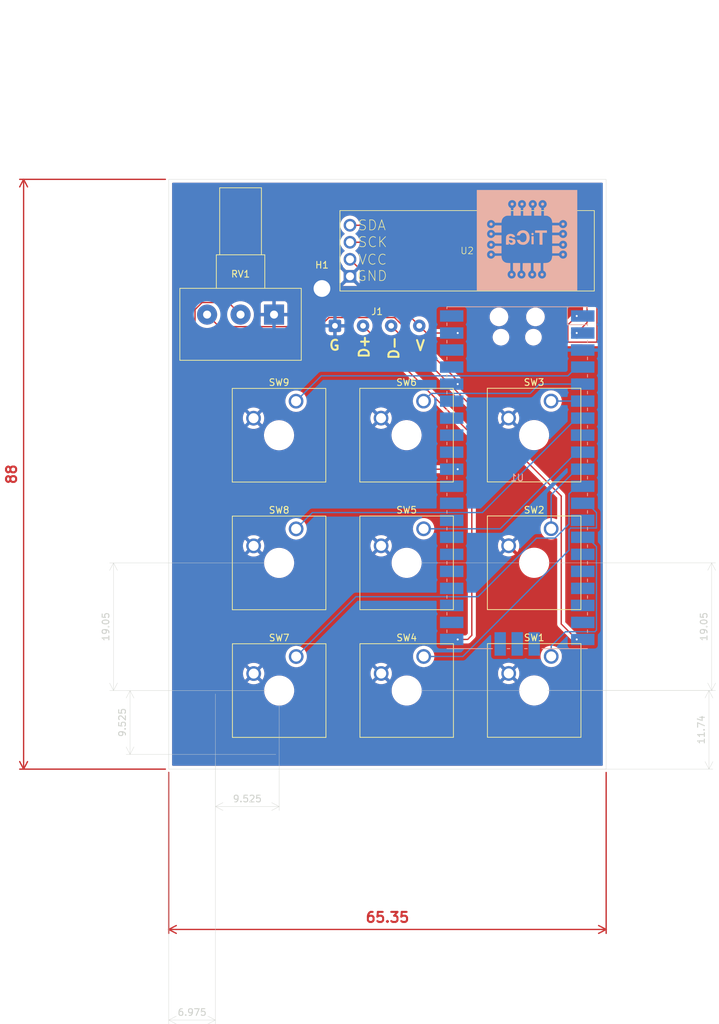
<source format=kicad_pcb>
(kicad_pcb (version 20241229) (generator "pcbnew") (generator_version "9.0")
  (layers (0 "F.Cu" signal) (2 "B.Cu" signal) (13 "F.Paste" user) (15 "B.Paste" user) (5 "F.SilkS" user "F.Silkscreen") (7 "B.SilkS" user "B.Silkscreen") (1 "F.Mask" user) (3 "B.Mask" user) (25 "Edge.Cuts" user))
  (net 0 "")
  (net 1 "Net-(J1-Pin_2)")
  (net 2 "GND")
  (net 3 "Net-(J1-Pin_4)")
  (net 4 "Net-(J1-Pin_3)")
  (net 5 "Net-(U1-GPIO26_ADC0)")
  (net 6 "Net-(U1-3V3)")
  (net 7 "Net-(U1-GPIO10)")
  (net 8 "Net-(U1-GPIO7)")
  (net 9 "Net-(U1-GPIO4)")
  (net 10 "Net-(U1-GPIO9)")
  (net 11 "Net-(U1-GPIO6)")
  (net 12 "Net-(U1-GPIO3)")
  (net 13 "Net-(U1-GPIO8)")
  (net 14 "Net-(U1-GPIO5)")
  (net 15 "Net-(U1-GPIO2)")
  (net 16 "Net-(U1-GPIO0)")
  (net 25 "Net-(U1-GPIO1)")
  (footprint "Button_Switch_Keyboard:SW_Cherry_MX_1.00u_Plate" (layer "F.Cu") (at 124.47 96.3)
    (property "Reference" "SW9" (at -2.54 -2.794 0) (layer "F.SilkS"))
    (property "Value" "SW_Push")
    (pad "" np_thru_hole circle (at -2.54 5.08) (size 4 4) (drill 4) (layers "*.Cu" "*.Mask"))
    (pad "1" thru_hole circle (at 0 0) (size 2.2 2.2) (drill 1.5) (layers "*.Cu" "*.Mask") (net 15 "Net-(U1-GPIO2)"))
    (pad "2" thru_hole circle (at -6.35 2.54) (size 2.2 2.2) (drill 1.5) (layers "*.Cu" "*.Mask") (net 2 "GND"))
  )
  (footprint "Connector_Wire:SolderWire-0.25sqmm_1x04_P4.2mm_D0.65mm_OD1.7mm" (layer "F.Cu") (at 130.28 85.05)
    (property "Reference" "J1" (at 6.3 -2.12 0) (layer "F.SilkS"))
    (property "Value" "Conn_01x04" (hide yes))
    (pad "1" thru_hole roundrect (at 0 0) (size 1.85 1.85) (drill 0.85) (layers "*.Cu" "*.Mask") (roundrect_rratio 0.135135) (net 2 "GND"))
    (pad "2" thru_hole circle (at 4.2 0) (size 1.85 1.85) (drill 0.85) (layers "*.Cu" "*.Mask") (net 1 "Net-(J1-Pin_2)"))
    (pad "3" thru_hole circle (at 8.4 0) (size 1.85 1.85) (drill 0.85) (layers "*.Cu" "*.Mask") (net 4 "Net-(J1-Pin_3)"))
    (pad "4" thru_hole circle (at 12.6 0) (size 1.85 1.85) (drill 0.85) (layers "*.Cu" "*.Mask") (net 3 "Net-(J1-Pin_4)"))
  )
  (footprint "Potentiometer_THT:Potentiometer_Alps_RK163_Single_Horizontal" (layer "F.Cu") (at 121.18 83.38 -90)
    (property "Reference" "RV1" (at -6.05 5 180) (layer "F.SilkS"))
    (property "Value" "R_Potentiometer" (hide yes))
    (pad "1" thru_hole rect (at 0 0 90) (size 3 3) (drill 1.2) (layers "*.Cu" "*.Mask") (net 2 "GND"))
    (pad "2" thru_hole circle (at 0 5 90) (size 3 3) (drill 1.2) (layers "*.Cu" "*.Mask") (net 5 "Net-(U1-GPIO26_ADC0)"))
    (pad "3" thru_hole circle (at 0 10 90) (size 3 3) (drill 1.2) (layers "*.Cu" "*.Mask") (net 6 "Net-(U1-3V3)"))
  )
  (footprint "Button_Switch_Keyboard:SW_Cherry_MX_1.00u_Plate" (layer "F.Cu") (at 162.57 96.28)
    (property "Reference" "SW3" (at -2.54 -2.794 0) (layer "F.SilkS"))
    (property "Value" "SW_Push")
    (pad "" np_thru_hole circle (at -2.54 5.08) (size 4 4) (drill 4) (layers "*.Cu" "*.Mask"))
    (pad "1" thru_hole circle (at 0 0) (size 2.2 2.2) (drill 1.5) (layers "*.Cu" "*.Mask") (net 9 "Net-(U1-GPIO4)"))
    (pad "2" thru_hole circle (at -6.35 2.54) (size 2.2 2.2) (drill 1.5) (layers "*.Cu" "*.Mask") (net 2 "GND"))
  )
  (footprint "Button_Switch_Keyboard:SW_Cherry_MX_1.00u_Plate" (layer "F.Cu") (at 162.59 134.38)
    (property "Reference" "SW1" (at -2.54 -2.794 0) (layer "F.SilkS"))
    (property "Value" "SW_Push")
    (pad "" np_thru_hole circle (at -2.54 5.08) (size 4 4) (drill 4) (layers "*.Cu" "*.Mask"))
    (pad "1" thru_hole circle (at 0 0) (size 2.2 2.2) (drill 1.5) (layers "*.Cu" "*.Mask") (net 7 "Net-(U1-GPIO10)"))
    (pad "2" thru_hole circle (at -6.35 2.54) (size 2.2 2.2) (drill 1.5) (layers "*.Cu" "*.Mask") (net 2 "GND"))
  )
  (footprint "MountingHole:MountingHole_2.5mm" (layer "F.Cu") (at 128.34 79.49)
    (property "Reference" "H1" (at 0 -3.5 0) (layer "F.SilkS"))
    (property "Value" "MountingHole")
    (pad "" np_thru_hole circle (at 0 0) (size 2.5 2.5) (drill 2.5) (layers "*.Cu" "*.Mask"))
  )
  (footprint "Button_Switch_Keyboard:SW_Cherry_MX_1.00u_Plate" (layer "F.Cu") (at 143.53 115.34)
    (property "Reference" "SW5" (at -2.54 -2.794 0) (layer "F.SilkS"))
    (property "Value" "SW_Push")
    (pad "" np_thru_hole circle (at -2.54 5.08) (size 4 4) (drill 4) (layers "*.Cu" "*.Mask"))
    (pad "1" thru_hole circle (at 0 0) (size 2.2 2.2) (drill 1.5) (layers "*.Cu" "*.Mask") (net 11 "Net-(U1-GPIO6)"))
    (pad "2" thru_hole circle (at -6.35 2.54) (size 2.2 2.2) (drill 1.5) (layers "*.Cu" "*.Mask") (net 2 "GND"))
  )
  (footprint "Button_Switch_Keyboard:SW_Cherry_MX_1.00u_Plate" (layer "F.Cu") (at 143.52 96.29)
    (property "Reference" "SW6" (at -2.54 -2.794 0) (layer "F.SilkS"))
    (property "Value" "SW_Push")
    (pad "" np_thru_hole circle (at -2.54 5.08) (size 4 4) (drill 4) (layers "*.Cu" "*.Mask"))
    (pad "1" thru_hole circle (at 0 0) (size 2.2 2.2) (drill 1.5) (layers "*.Cu" "*.Mask") (net 12 "Net-(U1-GPIO3)"))
    (pad "2" thru_hole circle (at -6.35 2.54) (size 2.2 2.2) (drill 1.5) (layers "*.Cu" "*.Mask") (net 2 "GND"))
  )
  (footprint "Button_Switch_Keyboard:SW_Cherry_MX_1.00u_Plate" (layer "F.Cu") (at 124.49 134.4)
    (property "Reference" "SW7" (at -2.54 -2.794 0) (layer "F.SilkS"))
    (property "Value" "SW_Push")
    (pad "" np_thru_hole circle (at -2.54 5.08) (size 4 4) (drill 4) (layers "*.Cu" "*.Mask"))
    (pad "1" thru_hole circle (at 0 0) (size 2.2 2.2) (drill 1.5) (layers "*.Cu" "*.Mask") (net 13 "Net-(U1-GPIO8)"))
    (pad "2" thru_hole circle (at -6.35 2.54) (size 2.2 2.2) (drill 1.5) (layers "*.Cu" "*.Mask") (net 2 "GND"))
  )
  (footprint "Button_Switch_Keyboard:SW_Cherry_MX_1.00u_Plate" (layer "F.Cu") (at 162.58 115.33)
    (property "Reference" "SW2" (at -2.54 -2.794 0) (layer "F.SilkS"))
    (property "Value" "SW_Push")
    (pad "" np_thru_hole circle (at -2.54 5.08) (size 4 4) (drill 4) (layers "*.Cu" "*.Mask"))
    (pad "1" thru_hole circle (at 0 0) (size 2.2 2.2) (drill 1.5) (layers "*.Cu" "*.Mask") (net 8 "Net-(U1-GPIO7)"))
    (pad "2" thru_hole circle (at -6.35 2.54) (size 2.2 2.2) (drill 1.5) (layers "*.Cu" "*.Mask") (net 2 "GND"))
  )
  (footprint "Button_Switch_Keyboard:SW_Cherry_MX_1.00u_Plate" (layer "F.Cu") (at 124.48 115.35)
    (property "Reference" "SW8" (at -2.54 -2.794 0) (layer "F.SilkS"))
    (property "Value" "SW_Push")
    (pad "" np_thru_hole circle (at -2.54 5.08) (size 4 4) (drill 4) (layers "*.Cu" "*.Mask"))
    (pad "1" thru_hole circle (at 0 0) (size 2.2 2.2) (drill 1.5) (layers "*.Cu" "*.Mask") (net 14 "Net-(U1-GPIO5)"))
    (pad "2" thru_hole circle (at -6.35 2.54) (size 2.2 2.2) (drill 1.5) (layers "*.Cu" "*.Mask") (net 2 "GND"))
  )
  (footprint "SSD1306:SSD1306" (layer "F.Cu") (at 148.81 73.86 90)
    (property "Reference" "U2" (at 0 1.22 180) (layer "F.SilkS") (effects (font (thickness 0.1))))
    (property "Value" "SSD1306" (hide yes))
    (fp_text user "VCC" (at -2.19 -15.1 0) (layer "F.SilkS") (effects (font (size 1.5 1.5) (thickness 0.1)) (justify left bottom)))
    (fp_text user "SDA" (at 2.93 -15.18 0) (layer "F.SilkS") (effects (font (size 1.5 1.5) (thickness 0.1)) (justify left bottom)))
    (fp_text user "GND" (at -4.63 -15.34 0) (layer "F.SilkS") (effects (font (size 1.5 1.5) (thickness 0.1)) (justify left bottom)))
    (fp_text user "SCK" (at 0.42 -15.18 0) (layer "F.SilkS") (effects (font (size 1.5 1.5) (thickness 0.1)) (justify left bottom)))
    (pad "1" thru_hole rect (at -3.81 -16.28 90) (size 1.9 1.9) (drill 1.2) (layers "*.Cu" "*.Mask") (net 2 "GND"))
    (pad "2" thru_hole circle (at -1.27 -16.28 90) (size 1.9 1.9) (drill 1.2) (layers "*.Cu" "*.Mask") (net 3 "Net-(J1-Pin_4)"))
    (pad "3" thru_hole circle (at 1.27 -16.28 90) (size 1.9 1.9) (drill 1.2) (layers "*.Cu" "*.Mask") (net 25 "Net-(U1-GPIO1)"))
    (pad "4" thru_hole circle (at 3.81 -16.28 90) (size 1.9 1.9) (drill 1.2) (layers "*.Cu" "*.Mask") (net 16 "Net-(U1-GPIO0)"))
  )
  (footprint "Button_Switch_Keyboard:SW_Cherry_MX_1.00u_Plate" (layer "F.Cu") (at 143.54 134.39)
    (property "Reference" "SW4" (at -2.54 -2.794 0) (layer "F.SilkS"))
    (property "Value" "SW_Push")
    (pad "" np_thru_hole circle (at -2.54 5.08) (size 4 4) (drill 4) (layers "*.Cu" "*.Mask"))
    (pad "1" thru_hole circle (at 0 0) (size 2.2 2.2) (drill 1.5) (layers "*.Cu" "*.Mask") (net 10 "Net-(U1-GPIO9)"))
    (pad "2" thru_hole circle (at -6.35 2.54) (size 2.2 2.2) (drill 1.5) (layers "*.Cu" "*.Mask") (net 2 "GND"))
  )
  (footprint "Raspberry:Logo" (layer "B.Cu") (at 158.98 72.29 180)
    (property "Reference" "G***" (hide yes))
    (property "Value" "LOGO" (hide yes))
  )
  (footprint "Raspberry:RPi_Pico_SMD_TH" (layer "B.Cu") (at 157.51 107.72 180)
    (property "Reference" "U1" (at 0 0 0) (layer "B.SilkS") (effects (justify mirror)))
    (property "Value" "Pico")
    (pad "" np_thru_hole oval (at -2.725 24 180) (size 1.8 1.8) (drill 1.8) (layers "*.Cu" "*.Mask"))
    (pad "" np_thru_hole oval (at -2.425 20.97 180) (size 1.5 1.5) (drill 1.5) (layers "*.Cu" "*.Mask"))
    (pad "" np_thru_hole oval (at 2.425 20.97 180) (size 1.5 1.5) (drill 1.5) (layers "*.Cu" "*.Mask"))
    (pad "" np_thru_hole oval (at 2.725 24 180) (size 1.8 1.8) (drill 1.8) (layers "*.Cu" "*.Mask"))
    (pad "1" smd oval (at -8.89 24.13 180) (size 1.7 1.7) (layers "B.Cu" "B.Mask" "B.Paste") (net 16 "Net-(U1-GPIO0)"))
    (pad "1" smd rect (at -8.89 24.13 180) (size 3.5 1.7) (drill (offset -0.9 0)) (layers "B.Cu" "B.Mask") (net 16 "Net-(U1-GPIO0)"))
    (pad "2" smd oval (at -8.89 21.59 180) (size 1.7 1.7) (layers "B.Cu" "B.Mask" "B.Paste") (net 25 "Net-(U1-GPIO1)"))
    (pad "2" smd rect (at -8.89 21.59 180) (size 3.5 1.7) (drill (offset -0.9 0)) (layers "B.Cu" "B.Mask") (net 25 "Net-(U1-GPIO1)"))
    (pad "3" smd rect (at -8.89 19.05 180) (size 1.7 1.7) (layers "B.Cu" "B.Mask" "B.Paste") (net 2 "GND"))
    (pad "3" smd rect (at -8.89 19.05 180) (size 3.5 1.7) (drill (offset -0.9 0)) (layers "B.Cu" "B.Mask") (net 2 "GND"))
    (pad "4" smd oval (at -8.89 16.51 180) (size 1.7 1.7) (layers "B.Cu" "B.Mask" "B.Paste") (net 15 "Net-(U1-GPIO2)"))
    (pad "4" smd rect (at -8.89 16.51 180) (size 3.5 1.7) (drill (offset -0.9 0)) (layers "B.Cu" "B.Mask") (net 15 "Net-(U1-GPIO2)"))
    (pad "5" smd oval (at -8.89 13.97 180) (size 1.7 1.7) (layers "B.Cu" "B.Mask" "B.Paste") (net 12 "Net-(U1-GPIO3)"))
    (pad "5" smd rect (at -8.89 13.97 180) (size 3.5 1.7) (drill (offset -0.9 0)) (layers "B.Cu" "B.Mask") (net 12 "Net-(U1-GPIO3)"))
    (pad "6" smd oval (at -8.89 11.43 180) (size 1.7 1.7) (layers "B.Cu" "B.Mask" "B.Paste") (net 9 "Net-(U1-GPIO4)"))
    (pad "6" smd rect (at -8.89 11.43 180) (size 3.5 1.7) (drill (offset -0.9 0)) (layers "B.Cu" "B.Mask") (net 9 "Net-(U1-GPIO4)"))
    (pad "7" smd oval (at -8.89 8.89 180) (size 1.7 1.7) (layers "B.Cu" "B.Mask" "B.Paste") (net 14 "Net-(U1-GPIO5)"))
    (pad "7" smd rect (at -8.89 8.89 180) (size 3.5 1.7) (drill (offset -0.9 0)) (layers "B.Cu" "B.Mask") (net 14 "Net-(U1-GPIO5)"))
    (pad "8" smd rect (at -8.89 6.35 180) (size 1.7 1.7) (layers "B.Cu" "B.Mask" "B.Paste"))
    (pad "8" smd rect (at -8.89 6.35 180) (size 3.5 1.7) (drill (offset -0.9 0)) (layers "B.Cu" "B.Mask"))
    (pad "9" smd oval (at -8.89 3.81 180) (size 1.7 1.7) (layers "B.Cu" "B.Mask" "B.Paste") (net 11 "Net-(U1-GPIO6)"))
    (pad "9" smd rect (at -8.89 3.81 180) (size 3.5 1.7) (drill (offset -0.9 0)) (layers "B.Cu" "B.Mask") (net 11 "Net-(U1-GPIO6)"))
    (pad "10" smd oval (at -8.89 1.27 180) (size 1.7 1.7) (layers "B.Cu" "B.Mask" "B.Paste") (net 8 "Net-(U1-GPIO7)"))
    (pad "10" smd rect (at -8.89 1.27 180) (size 3.5 1.7) (drill (offset -0.9 0)) (layers "B.Cu" "B.Mask") (net 8 "Net-(U1-GPIO7)"))
    (pad "11" smd oval (at -8.89 -1.27 180) (size 1.7 1.7) (layers "B.Cu" "B.Mask" "B.Paste") (net 13 "Net-(U1-GPIO8)"))
    (pad "11" smd rect (at -8.89 -1.27 180) (size 3.5 1.7) (drill (offset -0.9 0)) (layers "B.Cu" "B.Mask") (net 13 "Net-(U1-GPIO8)"))
    (pad "12" smd oval (at -8.89 -3.81 180) (size 1.7 1.7) (layers "B.Cu" "B.Mask" "B.Paste") (net 10 "Net-(U1-GPIO9)"))
    (pad "12" smd rect (at -8.89 -3.81 180) (size 3.5 1.7) (drill (offset -0.9 0)) (layers "B.Cu" "B.Mask") (net 10 "Net-(U1-GPIO9)"))
    (pad "13" smd rect (at -8.89 -6.35 180) (size 1.7 1.7) (layers "B.Cu" "B.Mask" "B.Paste"))
    (pad "13" smd rect (at -8.89 -6.35 180) (size 3.5 1.7) (drill (offset -0.9 0)) (layers "B.Cu" "B.Mask"))
    (pad "14" smd oval (at -8.89 -8.89 180) (size 1.7 1.7) (layers "B.Cu" "B.Mask" "B.Paste") (net 7 "Net-(U1-GPIO10)"))
    (pad "14" smd rect (at -8.89 -8.89 180) (size 3.5 1.7) (drill (offset -0.9 0)) (layers "B.Cu" "B.Mask") (net 7 "Net-(U1-GPIO10)"))
    (pad "15" smd oval (at -8.89 -11.43 180) (size 1.7 1.7) (layers "B.Cu" "B.Mask" "B.Paste"))
    (pad "15" smd rect (at -8.89 -11.43 180) (size 3.5 1.7) (drill (offset -0.9 0)) (layers "B.Cu" "B.Mask"))
    (pad "16" smd oval (at -8.89 -13.97 180) (size 1.7 1.7) (layers "B.Cu" "B.Mask" "B.Paste"))
    (pad "16" smd rect (at -8.89 -13.97 180) (size 3.5 1.7) (drill (offset -0.9 0)) (layers "B.Cu" "B.Mask"))
    (pad "17" smd oval (at -8.89 -16.51 180) (size 1.7 1.7) (layers "B.Cu" "B.Mask" "B.Paste"))
    (pad "17" smd rect (at -8.89 -16.51 180) (size 3.5 1.7) (drill (offset -0.9 0)) (layers "B.Cu" "B.Mask"))
    (pad "18" smd rect (at -8.89 -19.05 180) (size 1.7 1.7) (layers "B.Cu" "B.Mask" "B.Paste"))
    (pad "18" smd rect (at -8.89 -19.05 180) (size 3.5 1.7) (drill (offset -0.9 0)) (layers "B.Cu" "B.Mask"))
    (pad "19" smd oval (at -8.89 -21.59 180) (size 1.7 1.7) (layers "B.Cu" "B.Mask" "B.Paste"))
    (pad "19" smd rect (at -8.89 -21.59 180) (size 3.5 1.7) (drill (offset -0.9 0)) (layers "B.Cu" "B.Mask"))
    (pad "20" smd oval (at -8.89 -24.13 180) (size 1.7 1.7) (layers "B.Cu" "B.Mask" "B.Paste") (net 4 "Net-(J1-Pin_3)"))
    (pad "20" smd rect (at -8.89 -24.13 180) (size 3.5 1.7) (drill (offset -0.9 0)) (layers "B.Cu" "B.Mask") (net 4 "Net-(J1-Pin_3)"))
    (pad "21" smd oval (at 8.89 -24.13 180) (size 1.7 1.7) (layers "B.Cu" "B.Mask" "B.Paste") (net 1 "Net-(J1-Pin_2)"))
    (pad "21" smd rect (at 8.89 -24.13 180) (size 3.5 1.7) (drill (offset 0.9 0)) (layers "B.Cu" "B.Mask") (net 1 "Net-(J1-Pin_2)"))
    (pad "22" smd oval (at 8.89 -21.59 180) (size 1.7 1.7) (layers "B.Cu" "B.Mask" "B.Paste"))
    (pad "22" smd rect (at 8.89 -21.59 180) (size 3.5 1.7) (drill (offset 0.9 0)) (layers "B.Cu" "B.Mask"))
    (pad "23" smd rect (at 8.89 -19.05 180) (size 1.7 1.7) (layers "B.Cu" "B.Mask" "B.Paste"))
    (pad "23" smd rect (at 8.89 -19.05 180) (size 3.5 1.7) (drill (offset 0.9 0)) (layers "B.Cu" "B.Mask"))
    (pad "24" smd oval (at 8.89 -16.51 180) (size 1.7 1.7) (layers "B.Cu" "B.Mask" "B.Paste"))
    (pad "24" smd rect (at 8.89 -16.51 180) (size 3.5 1.7) (drill (offset 0.9 0)) (layers "B.Cu" "B.Mask"))
    (pad "25" smd oval (at 8.89 -13.97 180) (size 1.7 1.7) (layers "B.Cu" "B.Mask" "B.Paste"))
    (pad "25" smd rect (at 8.89 -13.97 180) (size 3.5 1.7) (drill (offset 0.9 0)) (layers "B.Cu" "B.Mask"))
    (pad "26" smd oval (at 8.89 -11.43 180) (size 1.7 1.7) (layers "B.Cu" "B.Mask" "B.Paste"))
    (pad "26" smd rect (at 8.89 -11.43 180) (size 3.5 1.7) (drill (offset 0.9 0)) (layers "B.Cu" "B.Mask"))
    (pad "27" smd oval (at 8.89 -8.89 180) (size 1.7 1.7) (layers "B.Cu" "B.Mask" "B.Paste"))
    (pad "27" smd rect (at 8.89 -8.89 180) (size 3.5 1.7) (drill (offset 0.9 0)) (layers "B.Cu" "B.Mask"))
    (pad "28" smd rect (at 8.89 -6.35 180) (size 1.7 1.7) (layers "B.Cu" "B.Mask" "B.Paste"))
    (pad "28" smd rect (at 8.89 -6.35 180) (size 3.5 1.7) (drill (offset 0.9 0)) (layers "B.Cu" "B.Mask"))
    (pad "29" smd oval (at 8.89 -3.81 180) (size 1.7 1.7) (layers "B.Cu" "B.Mask" "B.Paste"))
    (pad "29" smd rect (at 8.89 -3.81 180) (size 3.5 1.7) (drill (offset 0.9 0)) (layers "B.Cu" "B.Mask"))
    (pad "30" smd oval (at 8.89 -1.27 180) (size 1.7 1.7) (layers "B.Cu" "B.Mask" "B.Paste"))
    (pad "30" smd rect (at 8.89 -1.27 180) (size 3.5 1.7) (drill (offset 0.9 0)) (layers "B.Cu" "B.Mask"))
    (pad "31" smd oval (at 8.89 1.27 180) (size 1.7 1.7) (layers "B.Cu" "B.Mask" "B.Paste") (net 5 "Net-(U1-GPIO26_ADC0)"))
    (pad "31" smd rect (at 8.89 1.27 180) (size 3.5 1.7) (drill (offset 0.9 0)) (layers "B.Cu" "B.Mask") (net 5 "Net-(U1-GPIO26_ADC0)"))
    (pad "32" smd oval (at 8.89 3.81 180) (size 1.7 1.7) (layers "B.Cu" "B.Mask" "B.Paste"))
    (pad "32" smd rect (at 8.89 3.81 180) (size 3.5 1.7) (drill (offset 0.9 0)) (layers "B.Cu" "B.Mask" "B.Paste"))
    (pad "33" smd rect (at 8.89 6.35 180) (size 1.7 1.7) (layers "B.Cu" "B.Mask" "B.Paste"))
    (pad "33" smd rect (at 8.89 6.35 180) (size 3.5 1.7) (drill (offset 0.9 0)) (layers "B.Cu" "B.Mask"))
    (pad "34" smd oval (at 8.89 8.89 180) (size 1.7 1.7) (layers "B.Cu" "B.Mask" "B.Paste"))
    (pad "34" smd rect (at 8.89 8.89 180) (size 3.5 1.7) (drill (offset 0.9 0)) (layers "B.Cu" "B.Mask"))
    (pad "35" smd oval (at 8.89 11.43 180) (size 1.7 1.7) (layers "B.Cu" "B.Mask" "B.Paste"))
    (pad "35" smd rect (at 8.89 11.43 180) (size 3.5 1.7) (drill (offset 0.9 0)) (layers "B.Cu" "B.Mask"))
    (pad "36" smd oval (at 8.89 13.97 180) (size 1.7 1.7) (layers "B.Cu" "B.Mask" "B.Paste") (net 6 "Net-(U1-3V3)"))
    (pad "36" smd rect (at 8.89 13.97 180) (size 3.5 1.7) (drill (offset 0.9 0)) (layers "B.Cu" "B.Mask") (net 6 "Net-(U1-3V3)"))
    (pad "37" smd oval (at 8.89 16.51 180) (size 1.7 1.7) (layers "B.Cu" "B.Mask" "B.Paste"))
    (pad "37" smd rect (at 8.89 16.51 180) (size 3.5 1.7) (drill (offset 0.9 0)) (layers "B.Cu" "B.Mask"))
    (pad "38" smd rect (at 8.89 19.05 180) (size 1.7 1.7) (layers "B.Cu" "B.Mask" "B.Paste"))
    (pad "38" smd rect (at 8.89 19.05 180) (size 3.5 1.7) (drill (offset 0.9 0)) (layers "B.Cu" "B.Mask"))
    (pad "39" smd oval (at 8.89 21.59 180) (size 1.7 1.7) (layers "B.Cu" "B.Mask" "B.Paste") (net 3 "Net-(J1-Pin_4)"))
    (pad "39" smd rect (at 8.89 21.59 180) (size 3.5 1.7) (drill (offset 0.9 0)) (layers "B.Cu" "B.Mask") (net 3 "Net-(J1-Pin_4)"))
    (pad "40" smd oval (at 8.89 24.13 180) (size 1.7 1.7) (layers "B.Cu" "B.Mask" "B.Paste"))
    (pad "40" smd rect (at 8.89 24.13 180) (size 3.5 1.7) (drill (offset 0.9 0)) (layers "B.Cu" "B.Mask"))
    (pad "41" smd oval (at -2.54 -23.9 180) (size 1.7 1.7) (layers "B.Cu" "B.Mask" "B.Paste"))
    (pad "41" smd rect (at -2.54 -23.9 90) (size 3.5 1.7) (drill (offset -0.9 0)) (layers "B.Cu" "B.Mask"))
    (pad "42" smd rect (at 0 -23.9 180) (size 1.7 1.7) (layers "B.Cu" "B.Mask" "B.Paste"))
    (pad "42" smd rect (at 0 -23.9 90) (size 3.5 1.7) (drill (offset -0.9 0)) (layers "B.Cu" "B.Mask"))
    (pad "43" smd oval (at 2.54 -23.9 180) (size 1.7 1.7) (layers "B.Cu" "B.Mask" "B.Paste"))
    (pad "43" smd rect (at 2.54 -23.9 90) (size 3.5 1.7) (drill (offset -0.9 0)) (layers "B.Cu" "B.Mask"))
  )
  (gr_rect (start 105.45 63.2) (end 170.8 151.2) (stroke (width 0.05)) (fill no) (layer "Edge.Cuts"))
  (gr_text "V\n" (at 142.201 88.884 0) (layer "F.SilkS") (effects (font (size 1.5 1.5) (thickness 0.3) (bold yes)) (justify left bottom)))
  (gr_text "G\n" (at 129.261 88.834 0) (layer "F.SilkS") (effects (font (size 1.5 1.5) (thickness 0.3) (bold yes)) (justify left bottom)))
  (gr_text "D-\n" (at 139.971 90.234 90) (layer "F.SilkS") (effects (font (size 1.5 1.5) (thickness 0.3) (bold yes)) (justify left bottom)))
  (gr_text "D+\n" (at 135.531 90.044 90) (layer "F.SilkS") (effects (font (size 1.5 1.5) (thickness 0.3) (bold yes)) (justify left bottom)))
  (dimension (type orthogonal) (layer "F.Cu") (pts (xy 105.45 151.2) (xy 170.8 151.2)) (height 23.92) (orientation 0) (format (prefix "") (suffix "") (units 3) (units_format 0) (precision 4) (suppress_zeroes yes)) (style (thickness 0.2) (arrow_length 1.27) (text_position_mode 0) (arrow_direction outward) (extension_height 0.58642) (extension_offset 0.5) (keep_text_aligned yes)) (gr_text "65.35" (at 138.125 173.32 0) (layer "F.Cu") (effects (font (size 1.5 1.5) (thickness 0.3)))))
  (dimension (type orthogonal) (layer "F.Cu") (pts (xy 105.45 151.2) (xy 105.45 63.2)) (height -21.68) (orientation 1) (format (prefix "") (suffix "") (units 3) (units_format 0) (precision 4) (suppress_zeroes yes)) (style (thickness 0.2) (arrow_length 1.27) (text_position_mode 0) (arrow_direction outward) (extension_height 0.58642) (extension_offset 0.5) (keep_text_aligned yes)) (gr_text "88" (at 81.97 107.2 90) (layer "F.Cu") (effects (font (size 1.5 1.5) (thickness 0.3)))))
  (dimension (type orthogonal) (layer "Edge.Cuts") (pts (xy 141 139.47) (xy 140.99 120.42)) (height 45.56) (orientation 1) (format (prefix "") (suffix "") (units 3) (units_format 0) (precision 4) (suppress_zeroes yes)) (style (thickness 0.05) (arrow_length 1.27) (text_position_mode 0) (arrow_direction outward) (extension_height 0.58642) (extension_offset 0.5) (keep_text_aligned yes)) (gr_text "19.05" (at 185.41 129.945 90) (layer "Edge.Cuts") (effects (font (size 1 1) (thickness 0.15)))))
  (dimension (type orthogonal) (layer "Edge.Cuts") (pts (xy 105.45 151.2) (xy 112.425 149.005)) (height 37.44) (orientation 0) (format (prefix "") (suffix "") (units 3) (units_format 0) (precision 4) (suppress_zeroes yes)) (style (thickness 0.05) (arrow_length 1.27) (text_position_mode 0) (arrow_direction outward) (extension_height 0.58642) (extension_offset 0.5) (keep_text_aligned yes)) (gr_text "6.975" (at 108.9375 187.49 0) (layer "Edge.Cuts") (effects (font (size 1 1) (thickness 0.15)))))
  (dimension (type orthogonal) (layer "Edge.Cuts") (pts (xy 121.95 139.48) (xy 121.95 149.005)) (height -22.28) (orientation 1) (format (prefix "") (suffix "") (units 3) (units_format 0) (precision 4) (suppress_zeroes yes)) (style (thickness 0.05) (arrow_length 1.27) (text_position_mode 0) (arrow_direction outward) (extension_height 0.58642) (extension_offset 0.5) (keep_text_aligned yes)) (gr_text "9.525" (at 98.52 144.2425 90) (layer "Edge.Cuts") (effects (font (size 1 1) (thickness 0.15)))))
  (dimension (type orthogonal) (layer "Edge.Cuts") (pts (xy 121.94 120.43) (xy 121.95 139.48)) (height -24.74) (orientation 1) (format (prefix "") (suffix "") (units 3) (units_format 0) (precision 4) (suppress_zeroes yes)) (style (thickness 0.05) (arrow_length 1.27) (text_position_mode 0) (arrow_direction outward) (extension_height 0.58642) (extension_offset 0.5) (keep_text_aligned yes)) (gr_text "19.05" (at 96.05 129.955 90) (layer "Edge.Cuts") (effects (font (size 1 1) (thickness 0.15)))))
  (dimension (type orthogonal) (layer "Edge.Cuts") (pts (xy 160.05 139.46) (xy 160.42 151.2)) (height 26.11) (orientation 1) (format (prefix "") (suffix "") (units 3) (units_format 0) (precision 4) (suppress_zeroes yes)) (style (thickness 0.05) (arrow_length 1.27) (text_position_mode 0) (arrow_direction outward) (extension_height 0.58642) (extension_offset 0.5) (keep_text_aligned yes)) (gr_text "11.74" (at 185.01 145.33 90) (layer "Edge.Cuts") (effects (font (size 1 1) (thickness 0.15)))))
  (dimension (type orthogonal) (layer "Edge.Cuts") (pts (xy 121.95 139.48) (xy 112.425 139.48)) (height 17.3) (orientation 0) (format (prefix "") (suffix "") (units 3) (units_format 0) (precision 4) (suppress_zeroes yes)) (style (thickness 0.05) (arrow_length 1.27) (text_position_mode 0) (arrow_direction outward) (extension_height 0.58642) (extension_offset 0.5) (keep_text_aligned yes)) (gr_text "9.525" (at 117.1875 155.63 0) (layer "Edge.Cuts") (effects (font (size 1 1) (thickness 0.15)))))
  (segment (start 134.48 85.05) (end 150.73 101.3) (width 0.2) (layer "F.Cu") (net 1))
  (segment (start 150.11 131.85) (end 148.62 131.85) (width 0.2) (layer "F.Cu") (net 1))
  (segment (start 150.73 131.23) (end 150.11 131.85) (width 0.2) (layer "F.Cu") (net 1))
  (segment (start 150.73 101.3) (end 150.73 131.23) (width 0.2) (layer "F.Cu") (net 1))
  (via (at 148.62 131.85) (size 0.6) (drill 0.3) (layers "F.Cu" "B.Cu") (net 1))
  (segment (start 149.24 131.23) (end 148.62 131.85) (width 0.2) (layer "B.Cu") (net 1))
  (segment (start 117.933314 117.335) (end 117.671314 117.073) (width 0.2) (layer "B.Cu") (net 2))
  (segment (start 135.86 78.46) (end 136.29 78.46) (width 0.2) (layer "F.Cu") (net 3))
  (segment (start 142.88 85.05) (end 143.96 86.13) (width 0.2) (layer "F.Cu") (net 3))
  (segment (start 132.53 75.13) (end 135.86 78.46) (width 0.2) (layer "F.Cu") (net 3))
  (segment (start 143.96 86.13) (end 148.62 86.13) (width 0.2) (layer "F.Cu") (net 3))
  (segment (start 132.53 75.13) (end 132.96 75.13) (width 0.2) (layer "F.Cu") (net 3))
  (segment (start 136.29 78.46) (end 142.88 85.05) (width 0.2) (layer "F.Cu") (net 3))
  (via (at 148.62 86.13) (size 0.6) (drill 0.3) (layers "F.Cu" "B.Cu") (net 3))
  (segment (start 164.09 110.46) (end 164.09 129.54) (width 0.2) (layer "F.Cu") (net 4))
  (segment (start 138.68 85.05) (end 164.09 110.46) (width 0.2) (layer "F.Cu") (net 4))
  (segment (start 164.09 129.54) (end 166.4 131.85) (width 0.2) (layer "F.Cu") (net 4))
  (via (at 166.4 131.85) (size 0.6) (drill 0.3) (layers "F.Cu" "B.Cu") (net 4))
  (segment (start 109.379 93.458943) (end 122.370057 106.45) (width 0.2) (layer "F.Cu") (net 5))
  (segment (start 116.18 83.38) (end 114.379 81.579) (width 0.2) (layer "F.Cu") (net 5))
  (segment (start 110.434001 81.579) (end 109.379 82.634001) (width 0.2) (layer "F.Cu") (net 5))
  (segment (start 114.379 81.579) (end 110.434001 81.579) (width 0.2) (layer "F.Cu") (net 5))
  (segment (start 122.370057 106.45) (end 148.62 106.45) (width 0.2) (layer "F.Cu") (net 5))
  (segment (start 109.379 82.634001) (end 109.379 93.458943) (width 0.2) (layer "F.Cu") (net 5))
  (via (at 148.62 106.45) (size 0.6) (drill 0.3) (layers "F.Cu" "B.Cu") (net 5))
  (segment (start 148.62 93.256174) (end 148.62 93.75) (width 0.2) (layer "F.Cu") (net 6))
  (segment (start 111.18 83.38) (end 112.981 85.181) (width 0.2) (layer "F.Cu") (net 6))
  (segment (start 128.01284 85.181) (end 129.36984 83.824) (width 0.2) (layer "F.Cu") (net 6))
  (segment (start 112.981 85.181) (end 128.01284 85.181) (width 0.2) (layer "F.Cu") (net 6))
  (segment (start 129.36984 83.824) (end 139.187826 83.824) (width 0.2) (layer "F.Cu") (net 6))
  (segment (start 139.187826 83.824) (end 148.62 93.256174) (width 0.2) (layer "F.Cu") (net 6))
  (via (at 148.62 93.75) (size 0.6) (drill 0.3) (layers "F.Cu" "B.Cu") (net 6))
  (segment (start 162.59 134.38) (end 162.59 132.824366) (width 0.2) (layer "B.Cu") (net 7))
  (segment (start 167.962 116.61) (end 166.4 116.61) (width 0.2) (layer "B.Cu") (net 7))
  (segment (start 169.351 130.461) (end 169.351 117.999) (width 0.2) (layer "B.Cu") (net 7))
  (segment (start 169.351 117.999) (end 167.962 116.61) (width 0.2) (layer "B.Cu") (net 7))
  (segment (start 169.113 130.699) (end 169.351 130.461) (width 0.2) (layer "B.Cu") (net 7))
  (segment (start 162.59 132.824366) (end 164.715366 130.699) (width 0.2) (layer "B.Cu") (net 7))
  (segment (start 164.715366 130.699) (end 169.113 130.699) (width 0.2) (layer "B.Cu") (net 7))
  (segment (start 162.58 115.33) (end 162.58 110.27) (width 0.2) (layer "B.Cu") (net 8))
  (segment (start 162.58 110.27) (end 166.4 106.45) (width 0.2) (layer "B.Cu") (net 8))
  (segment (start 166.39 96.28) (end 166.4 96.29) (width 0.2) (layer "B.Cu") (net 9))
  (segment (start 162.57 96.28) (end 166.39 96.28) (width 0.2) (layer "B.Cu") (net 9))
  (segment (start 165.249 115.459) (end 165.487 115.221) (width 0.2) (layer "B.Cu") (net 10))
  (segment (start 165.249 118.525816) (end 165.249 115.459) (width 0.2) (layer "B.Cu") (net 10))
  (segment (start 143.54 134.39) (end 149.384816 134.39) (width 0.2) (layer "B.Cu") (net 10))
  (segment (start 169.351 115.221) (end 169.351 112.919) (width 0.2) (layer "B.Cu") (net 10))
  (segment (start 169.351 112.919) (end 167.962 111.53) (width 0.2) (layer "B.Cu") (net 10))
  (segment (start 167.962 111.53) (end 166.4 111.53) (width 0.2) (layer "B.Cu") (net 10))
  (segment (start 149.384816 134.39) (end 165.249 118.525816) (width 0.2) (layer "B.Cu") (net 10))
  (segment (start 165.487 115.221) (end 169.351 115.221) (width 0.2) (layer "B.Cu") (net 10))
  (segment (start 143.53 115.34) (end 154.97 115.34) (width 0.2) (layer "B.Cu") (net 11))
  (segment (start 154.97 115.34) (end 166.4 103.91) (width 0.2) (layer "B.Cu") (net 11))
  (segment (start 159.447686 95.139) (end 160.836686 93.75) (width 0.2) (layer "B.Cu") (net 12))
  (segment (start 143.52 96.29) (end 144.671 95.139) (width 0.2) (layer "B.Cu") (net 12))
  (segment (start 144.671 95.139) (end 159.447686 95.139) (width 0.2) (layer "B.Cu") (net 12))
  (segment (start 160.836686 93.75) (end 166.4 93.75) (width 0.2) (layer "B.Cu") (net 12))
  (segment (start 151.655184 125.47) (end 160.394184 116.731) (width 0.2) (layer "B.Cu") (net 13))
  (segment (start 133.42 125.47) (end 151.655184 125.47) (width 0.2) (layer "B.Cu") (net 13))
  (segment (start 165.249 110.141) (end 166.4 108.99) (width 0.2) (layer "B.Cu") (net 13))
  (segment (start 163.160314 116.731) (end 165.249 114.642314) (width 0.2) (layer "B.Cu") (net 13))
  (segment (start 165.249 114.642314) (end 165.249 110.141) (width 0.2) (layer "B.Cu") (net 13))
  (segment (start 160.394184 116.731) (end 163.160314 116.731) (width 0.2) (layer "B.Cu") (net 13))
  (segment (start 124.49 134.4) (end 133.42 125.47) (width 0.2) (layer "B.Cu") (net 13))
  (segment (start 152.311 112.919) (end 166.4 98.83) (width 0.2) (layer "B.Cu") (net 14))
  (segment (start 124.48 115.35) (end 126.911 112.919) (width 0.2) (layer "B.Cu") (net 14))
  (segment (start 126.911 112.919) (end 152.311 112.919) (width 0.2) (layer "B.Cu") (net 14))
  (segment (start 128.25 92.52) (end 165.09 92.52) (width 0.2) (layer "B.Cu") (net 15))
  (segment (start 165.09 92.52) (end 166.4 91.21) (width 0.2) (layer "B.Cu") (net 15))
  (segment (start 124.47 96.3) (end 128.25 92.52) (width 0.2) (layer "B.Cu") (net 15))
  (segment (start 169.42 87.49) (end 165.08 87.49) (width 0.2) (layer "F.Cu") (net 16))
  (segment (start 169.42 78.99) (end 169.42 87.49) (width 0.2) (layer "F.Cu") (net 16))
  (segment (start 132.53 70.05) (end 160.48 70.05) (width 0.2) (layer "F.Cu") (net 16))
  (segment (start 165.08 87.49) (end 165.08 84.91) (width 0.2) (layer "F.Cu") (net 16))
  (segment (start 165.08 84.91) (end 166.4 83.59) (width 0.2) (layer "F.Cu") (net 16))
  (segment (start 160.48 70.05) (end 169.42 78.99) (width 0.2) (layer "F.Cu") (net 16))
  (via (at 166.4 83.59) (size 0.6) (drill 0.3) (layers "F.Cu" "B.Cu") (net 16))
  (segment (start 167.95 84.58) (end 166.4 86.13) (width 0.2) (layer "F.Cu") (net 25))
  (segment (start 132.53 72.59) (end 162.35 72.59) (width 0.2) (layer "F.Cu") (net 25))
  (segment (start 162.35 72.59) (end 167.95 78.19) (width 0.2) (layer "F.Cu") (net 25))
  (segment (start 167.95 78.19) (end 167.95 84.58) (width 0.2) (layer "F.Cu") (net 25))
  (via (at 166.4 86.13) (size 0.6) (drill 0.3) (layers "F.Cu" "B.Cu") (net 25))
  (segment (start 166.48 86.05) (end 166.4 86.13) (width 0.2) (layer "B.Cu") (net 25))
  (zone (net 2) (net_name "GND") (layers "F.Cu" "B.Cu") (connect_pads (clearance 0.5)) (min_thickness 0.25) (fill yes (thermal_gap 0.5) (thermal_bridge_width 0.5))
    (polygon (pts (xy 173.7 152.84) (xy 102.13 153.35) (xy 102.81 61.38) (xy 173.19 61.89)))
  )
)
</source>
